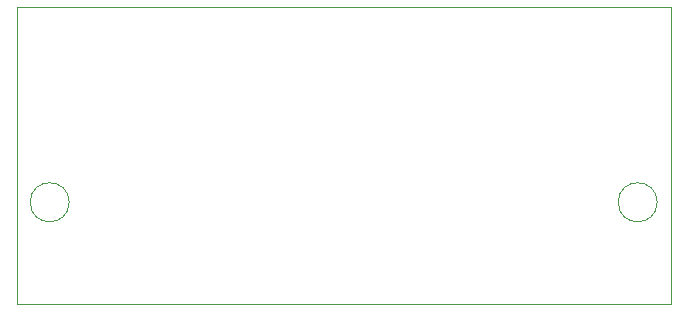
<source format=gbr>
%TF.GenerationSoftware,KiCad,Pcbnew,5.1.6-c6e7f7d~86~ubuntu19.10.1*%
%TF.CreationDate,2020-07-11T11:49:28-04:00*%
%TF.ProjectId,ATtiny85-WS2812-Controller,41547469-6e79-4383-952d-575332383132,rev?*%
%TF.SameCoordinates,Original*%
%TF.FileFunction,Profile,NP*%
%FSLAX46Y46*%
G04 Gerber Fmt 4.6, Leading zero omitted, Abs format (unit mm)*
G04 Created by KiCad (PCBNEW 5.1.6-c6e7f7d~86~ubuntu19.10.1) date 2020-07-11 11:49:28*
%MOMM*%
%LPD*%
G01*
G04 APERTURE LIST*
%TA.AperFunction,Profile*%
%ADD10C,0.050000*%
%TD*%
G04 APERTURE END LIST*
D10*
X94868000Y-74676000D02*
G75*
G03*
X94868000Y-74676000I-1650000J0D01*
G01*
X144652000Y-74676000D02*
G75*
G03*
X144652000Y-74676000I-1650000J0D01*
G01*
X91440000Y-58166000D02*
X90424000Y-58166000D01*
X145796000Y-83312000D02*
X145796000Y-83058000D01*
X90424000Y-83312000D02*
X145796000Y-83312000D01*
X90424000Y-58166000D02*
X90424000Y-83312000D01*
X145796000Y-58166000D02*
X145796000Y-83058000D01*
X91440000Y-58166000D02*
X145796000Y-58166000D01*
M02*

</source>
